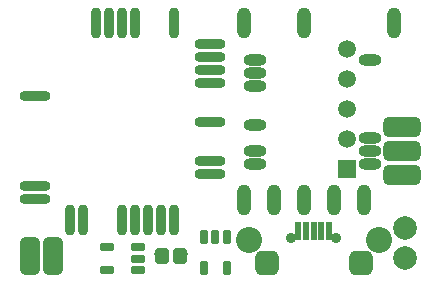
<source format=gts>
%FSLAX44Y44*%
%MOMM*%
G71*
G01*
G75*
G04 Layer_Color=8388736*
G04:AMPARAMS|DCode=10|XSize=1mm|YSize=1.2mm|CornerRadius=0.165mm|HoleSize=0mm|Usage=FLASHONLY|Rotation=180.000|XOffset=0mm|YOffset=0mm|HoleType=Round|Shape=RoundedRectangle|*
%AMROUNDEDRECTD10*
21,1,1.0000,0.8700,0,0,180.0*
21,1,0.6700,1.2000,0,0,180.0*
1,1,0.3300,-0.3350,0.4350*
1,1,0.3300,0.3350,0.4350*
1,1,0.3300,0.3350,-0.4350*
1,1,0.3300,-0.3350,-0.4350*
%
%ADD10ROUNDEDRECTD10*%
G04:AMPARAMS|DCode=11|XSize=1.5mm|YSize=3mm|CornerRadius=0.375mm|HoleSize=0mm|Usage=FLASHONLY|Rotation=180.000|XOffset=0mm|YOffset=0mm|HoleType=Round|Shape=RoundedRectangle|*
%AMROUNDEDRECTD11*
21,1,1.5000,2.2500,0,0,180.0*
21,1,0.7500,3.0000,0,0,180.0*
1,1,0.7500,-0.3750,1.1250*
1,1,0.7500,0.3750,1.1250*
1,1,0.7500,0.3750,-1.1250*
1,1,0.7500,-0.3750,-1.1250*
%
%ADD11ROUNDEDRECTD11*%
%ADD12R,0.4000X1.4000*%
G04:AMPARAMS|DCode=13|XSize=1.8mm|YSize=1.9mm|CornerRadius=0.45mm|HoleSize=0mm|Usage=FLASHONLY|Rotation=0.000|XOffset=0mm|YOffset=0mm|HoleType=Round|Shape=RoundedRectangle|*
%AMROUNDEDRECTD13*
21,1,1.8000,1.0000,0,0,0.0*
21,1,0.9000,1.9000,0,0,0.0*
1,1,0.9000,0.4500,-0.5000*
1,1,0.9000,-0.4500,-0.5000*
1,1,0.9000,-0.4500,0.5000*
1,1,0.9000,0.4500,0.5000*
%
%ADD13ROUNDEDRECTD13*%
G04:AMPARAMS|DCode=14|XSize=1.1mm|YSize=0.6mm|CornerRadius=0.201mm|HoleSize=0mm|Usage=FLASHONLY|Rotation=270.000|XOffset=0mm|YOffset=0mm|HoleType=Round|Shape=RoundedRectangle|*
%AMROUNDEDRECTD14*
21,1,1.1000,0.1980,0,0,270.0*
21,1,0.6980,0.6000,0,0,270.0*
1,1,0.4020,-0.0990,-0.3490*
1,1,0.4020,-0.0990,0.3490*
1,1,0.4020,0.0990,0.3490*
1,1,0.4020,0.0990,-0.3490*
%
%ADD14ROUNDEDRECTD14*%
G04:AMPARAMS|DCode=15|XSize=1.1mm|YSize=0.6mm|CornerRadius=0.201mm|HoleSize=0mm|Usage=FLASHONLY|Rotation=180.000|XOffset=0mm|YOffset=0mm|HoleType=Round|Shape=RoundedRectangle|*
%AMROUNDEDRECTD15*
21,1,1.1000,0.1980,0,0,180.0*
21,1,0.6980,0.6000,0,0,180.0*
1,1,0.4020,-0.3490,0.0990*
1,1,0.4020,0.3490,0.0990*
1,1,0.4020,0.3490,-0.0990*
1,1,0.4020,-0.3490,-0.0990*
%
%ADD15ROUNDEDRECTD15*%
%ADD16O,1.8000X0.8000*%
%ADD17O,1.0000X2.5000*%
G04:AMPARAMS|DCode=18|XSize=1.5mm|YSize=3mm|CornerRadius=0.375mm|HoleSize=0mm|Usage=FLASHONLY|Rotation=270.000|XOffset=0mm|YOffset=0mm|HoleType=Round|Shape=RoundedRectangle|*
%AMROUNDEDRECTD18*
21,1,1.5000,2.2500,0,0,270.0*
21,1,0.7500,3.0000,0,0,270.0*
1,1,0.7500,-1.1250,-0.3750*
1,1,0.7500,-1.1250,0.3750*
1,1,0.7500,1.1250,0.3750*
1,1,0.7500,1.1250,-0.3750*
%
%ADD18ROUNDEDRECTD18*%
%ADD19O,2.5000X0.7000*%
%ADD20O,0.7000X2.5000*%
%ADD21C,0.4000*%
%ADD22C,0.2500*%
%ADD23C,0.2000*%
%ADD24C,0.3500*%
%ADD25C,0.7000*%
%ADD26C,1.0000*%
%ADD27C,0.8000*%
%ADD28C,0.7000*%
%ADD29C,2.0000*%
%ADD30R,1.3000X1.3000*%
%ADD31C,1.3000*%
%ADD32C,1.8500*%
G04:AMPARAMS|DCode=33|XSize=1mm|YSize=0.95mm|CornerRadius=0.1995mm|HoleSize=0mm|Usage=FLASHONLY|Rotation=90.000|XOffset=0mm|YOffset=0mm|HoleType=Round|Shape=RoundedRectangle|*
%AMROUNDEDRECTD33*
21,1,1.0000,0.5510,0,0,90.0*
21,1,0.6010,0.9500,0,0,90.0*
1,1,0.3990,0.2755,0.3005*
1,1,0.3990,0.2755,-0.3005*
1,1,0.3990,-0.2755,-0.3005*
1,1,0.3990,-0.2755,0.3005*
%
%ADD33ROUNDEDRECTD33*%
G04:AMPARAMS|DCode=34|XSize=1mm|YSize=0.95mm|CornerRadius=0.1995mm|HoleSize=0mm|Usage=FLASHONLY|Rotation=180.000|XOffset=0mm|YOffset=0mm|HoleType=Round|Shape=RoundedRectangle|*
%AMROUNDEDRECTD34*
21,1,1.0000,0.5510,0,0,180.0*
21,1,0.6010,0.9500,0,0,180.0*
1,1,0.3990,-0.3005,0.2755*
1,1,0.3990,0.3005,0.2755*
1,1,0.3990,0.3005,-0.2755*
1,1,0.3990,-0.3005,-0.2755*
%
%ADD34ROUNDEDRECTD34*%
G04:AMPARAMS|DCode=35|XSize=1mm|YSize=0.9mm|CornerRadius=0.198mm|HoleSize=0mm|Usage=FLASHONLY|Rotation=0.000|XOffset=0mm|YOffset=0mm|HoleType=Round|Shape=RoundedRectangle|*
%AMROUNDEDRECTD35*
21,1,1.0000,0.5040,0,0,0.0*
21,1,0.6040,0.9000,0,0,0.0*
1,1,0.3960,0.3020,-0.2520*
1,1,0.3960,-0.3020,-0.2520*
1,1,0.3960,-0.3020,0.2520*
1,1,0.3960,0.3020,0.2520*
%
%ADD35ROUNDEDRECTD35*%
%ADD36R,4.0000X4.0000*%
%ADD37O,0.4000X1.1000*%
%ADD38O,1.1000X0.4000*%
G04:AMPARAMS|DCode=39|XSize=0.375mm|YSize=1.5mm|CornerRadius=0.0825mm|HoleSize=0mm|Usage=FLASHONLY|Rotation=0.000|XOffset=0mm|YOffset=0mm|HoleType=Round|Shape=RoundedRectangle|*
%AMROUNDEDRECTD39*
21,1,0.3750,1.3350,0,0,0.0*
21,1,0.2100,1.5000,0,0,0.0*
1,1,0.1650,0.1050,-0.6675*
1,1,0.1650,-0.1050,-0.6675*
1,1,0.1650,-0.1050,0.6675*
1,1,0.1650,0.1050,0.6675*
%
%ADD39ROUNDEDRECTD39*%
G04:AMPARAMS|DCode=40|XSize=0.375mm|YSize=1.25mm|CornerRadius=0.0825mm|HoleSize=0mm|Usage=FLASHONLY|Rotation=0.000|XOffset=0mm|YOffset=0mm|HoleType=Round|Shape=RoundedRectangle|*
%AMROUNDEDRECTD40*
21,1,0.3750,1.0850,0,0,0.0*
21,1,0.2100,1.2500,0,0,0.0*
1,1,0.1650,0.1050,-0.5425*
1,1,0.1650,-0.1050,-0.5425*
1,1,0.1650,-0.1050,0.5425*
1,1,0.1650,0.1050,0.5425*
%
%ADD40ROUNDEDRECTD40*%
G04:AMPARAMS|DCode=41|XSize=0.375mm|YSize=1.6mm|CornerRadius=0.0825mm|HoleSize=0mm|Usage=FLASHONLY|Rotation=0.000|XOffset=0mm|YOffset=0mm|HoleType=Round|Shape=RoundedRectangle|*
%AMROUNDEDRECTD41*
21,1,0.3750,1.4350,0,0,0.0*
21,1,0.2100,1.6000,0,0,0.0*
1,1,0.1650,0.1050,-0.7175*
1,1,0.1650,-0.1050,-0.7175*
1,1,0.1650,-0.1050,0.7175*
1,1,0.1650,0.1050,0.7175*
%
%ADD41ROUNDEDRECTD41*%
G04:AMPARAMS|DCode=42|XSize=1.1mm|YSize=0.9mm|CornerRadius=0.3015mm|HoleSize=0mm|Usage=FLASHONLY|Rotation=270.000|XOffset=0mm|YOffset=0mm|HoleType=Round|Shape=RoundedRectangle|*
%AMROUNDEDRECTD42*
21,1,1.1000,0.2970,0,0,270.0*
21,1,0.4970,0.9000,0,0,270.0*
1,1,0.6030,-0.1485,-0.2485*
1,1,0.6030,-0.1485,0.2485*
1,1,0.6030,0.1485,0.2485*
1,1,0.6030,0.1485,-0.2485*
%
%ADD42ROUNDEDRECTD42*%
G04:AMPARAMS|DCode=43|XSize=1mm|YSize=0.4mm|CornerRadius=0.1mm|HoleSize=0mm|Usage=FLASHONLY|Rotation=270.000|XOffset=0mm|YOffset=0mm|HoleType=Round|Shape=RoundedRectangle|*
%AMROUNDEDRECTD43*
21,1,1.0000,0.2000,0,0,270.0*
21,1,0.8000,0.4000,0,0,270.0*
1,1,0.2000,-0.1000,-0.4000*
1,1,0.2000,-0.1000,0.4000*
1,1,0.2000,0.1000,0.4000*
1,1,0.2000,0.1000,-0.4000*
%
%ADD43ROUNDEDRECTD43*%
G04:AMPARAMS|DCode=44|XSize=0.75mm|YSize=1.1mm|CornerRadius=0.165mm|HoleSize=0mm|Usage=FLASHONLY|Rotation=0.000|XOffset=0mm|YOffset=0mm|HoleType=Round|Shape=RoundedRectangle|*
%AMROUNDEDRECTD44*
21,1,0.7500,0.7700,0,0,0.0*
21,1,0.4200,1.1000,0,0,0.0*
1,1,0.3300,0.2100,-0.3850*
1,1,0.3300,-0.2100,-0.3850*
1,1,0.3300,-0.2100,0.3850*
1,1,0.3300,0.2100,0.3850*
%
%ADD44ROUNDEDRECTD44*%
G04:AMPARAMS|DCode=45|XSize=1mm|YSize=1.1mm|CornerRadius=0.165mm|HoleSize=0mm|Usage=FLASHONLY|Rotation=0.000|XOffset=0mm|YOffset=0mm|HoleType=Round|Shape=RoundedRectangle|*
%AMROUNDEDRECTD45*
21,1,1.0000,0.7700,0,0,0.0*
21,1,0.6700,1.1000,0,0,0.0*
1,1,0.3300,0.3350,-0.3850*
1,1,0.3300,-0.3350,-0.3850*
1,1,0.3300,-0.3350,0.3850*
1,1,0.3300,0.3350,0.3850*
%
%ADD45ROUNDEDRECTD45*%
G04:AMPARAMS|DCode=46|XSize=1.1mm|YSize=0.75mm|CornerRadius=0.2512mm|HoleSize=0mm|Usage=FLASHONLY|Rotation=270.000|XOffset=0mm|YOffset=0mm|HoleType=Round|Shape=RoundedRectangle|*
%AMROUNDEDRECTD46*
21,1,1.1000,0.2475,0,0,270.0*
21,1,0.5975,0.7500,0,0,270.0*
1,1,0.5025,-0.1238,-0.2988*
1,1,0.5025,-0.1238,0.2988*
1,1,0.5025,0.1238,0.2988*
1,1,0.5025,0.1238,-0.2988*
%
%ADD46ROUNDEDRECTD46*%
%ADD47C,0.9000*%
%ADD48C,0.5000*%
%ADD49C,0.2540*%
%ADD50C,0.1000*%
G04:AMPARAMS|DCode=51|XSize=1.15mm|YSize=1.35mm|CornerRadius=0.24mm|HoleSize=0mm|Usage=FLASHONLY|Rotation=180.000|XOffset=0mm|YOffset=0mm|HoleType=Round|Shape=RoundedRectangle|*
%AMROUNDEDRECTD51*
21,1,1.1500,0.8700,0,0,180.0*
21,1,0.6700,1.3500,0,0,180.0*
1,1,0.4800,-0.3350,0.4350*
1,1,0.4800,0.3350,0.4350*
1,1,0.4800,0.3350,-0.4350*
1,1,0.4800,-0.3350,-0.4350*
%
%ADD51ROUNDEDRECTD51*%
G04:AMPARAMS|DCode=52|XSize=1.7032mm|YSize=3.2032mm|CornerRadius=0.4766mm|HoleSize=0mm|Usage=FLASHONLY|Rotation=180.000|XOffset=0mm|YOffset=0mm|HoleType=Round|Shape=RoundedRectangle|*
%AMROUNDEDRECTD52*
21,1,1.7032,2.2500,0,0,180.0*
21,1,0.7500,3.2032,0,0,180.0*
1,1,0.9532,-0.3750,1.1250*
1,1,0.9532,0.3750,1.1250*
1,1,0.9532,0.3750,-1.1250*
1,1,0.9532,-0.3750,-1.1250*
%
%ADD52ROUNDEDRECTD52*%
%ADD53R,0.6032X1.6032*%
G04:AMPARAMS|DCode=54|XSize=2.0032mm|YSize=2.1032mm|CornerRadius=0.5516mm|HoleSize=0mm|Usage=FLASHONLY|Rotation=0.000|XOffset=0mm|YOffset=0mm|HoleType=Round|Shape=RoundedRectangle|*
%AMROUNDEDRECTD54*
21,1,2.0032,1.0000,0,0,0.0*
21,1,0.9000,2.1032,0,0,0.0*
1,1,1.1032,0.4500,-0.5000*
1,1,1.1032,-0.4500,-0.5000*
1,1,1.1032,-0.4500,0.5000*
1,1,1.1032,0.4500,0.5000*
%
%ADD54ROUNDEDRECTD54*%
G04:AMPARAMS|DCode=55|XSize=1.25mm|YSize=0.75mm|CornerRadius=0.276mm|HoleSize=0mm|Usage=FLASHONLY|Rotation=270.000|XOffset=0mm|YOffset=0mm|HoleType=Round|Shape=RoundedRectangle|*
%AMROUNDEDRECTD55*
21,1,1.2500,0.1980,0,0,270.0*
21,1,0.6980,0.7500,0,0,270.0*
1,1,0.5520,-0.0990,-0.3490*
1,1,0.5520,-0.0990,0.3490*
1,1,0.5520,0.0990,0.3490*
1,1,0.5520,0.0990,-0.3490*
%
%ADD55ROUNDEDRECTD55*%
G04:AMPARAMS|DCode=56|XSize=1.25mm|YSize=0.75mm|CornerRadius=0.276mm|HoleSize=0mm|Usage=FLASHONLY|Rotation=180.000|XOffset=0mm|YOffset=0mm|HoleType=Round|Shape=RoundedRectangle|*
%AMROUNDEDRECTD56*
21,1,1.2500,0.1980,0,0,180.0*
21,1,0.6980,0.7500,0,0,180.0*
1,1,0.5520,-0.3490,0.0990*
1,1,0.5520,0.3490,0.0990*
1,1,0.5520,0.3490,-0.0990*
1,1,0.5520,-0.3490,-0.0990*
%
%ADD56ROUNDEDRECTD56*%
%ADD57O,1.9500X0.9500*%
%ADD58O,1.1500X2.6500*%
G04:AMPARAMS|DCode=59|XSize=1.7032mm|YSize=3.2032mm|CornerRadius=0.4766mm|HoleSize=0mm|Usage=FLASHONLY|Rotation=270.000|XOffset=0mm|YOffset=0mm|HoleType=Round|Shape=RoundedRectangle|*
%AMROUNDEDRECTD59*
21,1,1.7032,2.2500,0,0,270.0*
21,1,0.7500,3.2032,0,0,270.0*
1,1,0.9532,-1.1250,-0.3750*
1,1,0.9532,-1.1250,0.3750*
1,1,0.9532,1.1250,0.3750*
1,1,0.9532,1.1250,-0.3750*
%
%ADD59ROUNDEDRECTD59*%
%ADD60O,2.6500X0.8500*%
%ADD61O,0.8500X2.6500*%
%ADD62C,1.0032*%
%ADD63C,0.9032*%
%ADD64C,2.2032*%
%ADD65R,1.5032X1.5032*%
%ADD66C,1.5032*%
D29*
X330500Y43700D02*
D03*
Y18300D02*
D03*
D51*
X139500Y20000D02*
D03*
X124500D02*
D03*
D52*
X32500D02*
D03*
X12500D02*
D03*
D53*
X253000Y41000D02*
D03*
X246500D02*
D03*
X259500D02*
D03*
X240000D02*
D03*
X266000D02*
D03*
D54*
X213000Y14500D02*
D03*
X293000D02*
D03*
D55*
X179250Y36250D02*
D03*
X169750D02*
D03*
X160250D02*
D03*
Y10250D02*
D03*
X179250D02*
D03*
D56*
X104250Y8500D02*
D03*
Y18000D02*
D03*
Y27500D02*
D03*
X78250D02*
D03*
Y8500D02*
D03*
D57*
X300250Y185999D02*
D03*
Y119999D02*
D03*
Y108999D02*
D03*
Y97999D02*
D03*
X203250D02*
D03*
Y108999D02*
D03*
Y130999D02*
D03*
Y163999D02*
D03*
Y174999D02*
D03*
Y185999D02*
D03*
D58*
X194250Y67750D02*
D03*
X219650D02*
D03*
X245050D02*
D03*
X270450D02*
D03*
X295850D02*
D03*
X321250Y217750D02*
D03*
X245050D02*
D03*
X194250D02*
D03*
D59*
X327500Y109000D02*
D03*
Y129000D02*
D03*
Y89000D02*
D03*
D60*
X165000Y200000D02*
D03*
Y189000D02*
D03*
Y178000D02*
D03*
Y167000D02*
D03*
Y134000D02*
D03*
Y101000D02*
D03*
Y90000D02*
D03*
X17000Y68000D02*
D03*
Y79000D02*
D03*
Y156000D02*
D03*
D61*
X135000Y217500D02*
D03*
X102000D02*
D03*
X91000Y217500D02*
D03*
X69000Y217500D02*
D03*
X47000Y50500D02*
D03*
X58000D02*
D03*
X91000D02*
D03*
X102000D02*
D03*
X113000D02*
D03*
X124000D02*
D03*
X135000D02*
D03*
X80000Y217500D02*
D03*
D62*
X141500Y22000D02*
D03*
X122500D02*
D03*
D63*
X234000Y35000D02*
D03*
X272000D02*
D03*
D64*
X198250Y33750D02*
D03*
X308250D02*
D03*
D65*
X280750Y93750D02*
D03*
D66*
Y119250D02*
D03*
Y144250D02*
D03*
Y169750D02*
D03*
Y195250D02*
D03*
M02*

</source>
